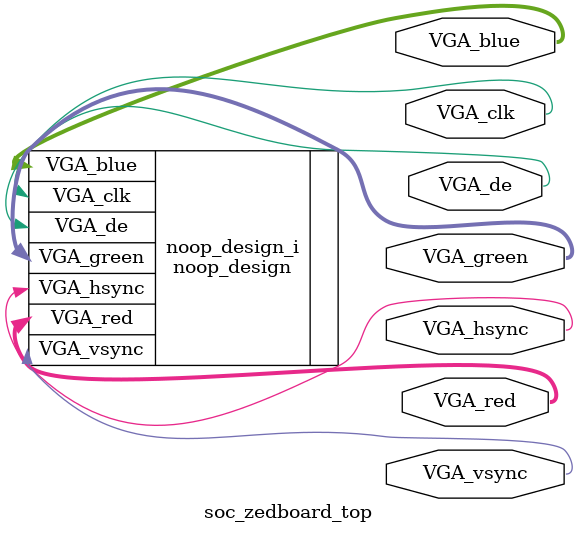
<source format=v>
module uart_flip(
  input in_txd,
  output in_rxd,
  output out_txd,
  input out_rxd
);
  assign out_txd = in_txd;
  assign in_rxd = out_rxd;
endmodule


module soc_zedboard_top
   (VGA_blue,
    VGA_clk,
    VGA_de,
    VGA_green,
    VGA_hsync,
    VGA_red,
    VGA_vsync);
  output [3:0]VGA_blue;
  output VGA_clk;
  output VGA_de;
  output [3:0]VGA_green;
  output VGA_hsync;
  output [3:0]VGA_red;
  output VGA_vsync;

  wire [3:0]VGA_blue;
  wire VGA_clk;
  wire VGA_de;
  wire [3:0]VGA_green;
  wire VGA_hsync;
  wire [3:0]VGA_red;
  wire VGA_vsync;

  noop_design noop_design_i
       (.VGA_blue(VGA_blue),
        .VGA_clk(VGA_clk),
        .VGA_de(VGA_de),
        .VGA_green(VGA_green),
        .VGA_hsync(VGA_hsync),
        .VGA_red(VGA_red),
        .VGA_vsync(VGA_vsync));
endmodule

</source>
